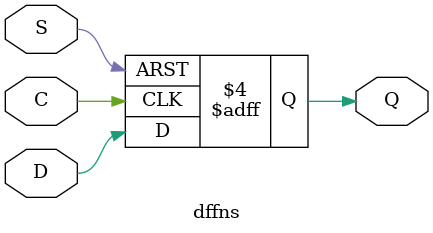
<source format=v>
(* abc9_box, lib_whitebox *)
module adder_lut4(
   output lut4_out,
   (* abc9_carry *)
   output cout,
   input [0:3] in,
   (* abc9_carry *)
   input cin
);
    parameter [0:15] LUT=0;
    parameter IN2_IS_CIN = 0;

    wire [0:3] li = (IN2_IS_CIN) ? {in[0], in[1], cin, in[3]} : {in[0], in[1], in[2], in[3]};

    // Output function
    wire [0:7] s1 = li[0] ?
        {LUT[0], LUT[2], LUT[4], LUT[6], LUT[8], LUT[10], LUT[12], LUT[14]}:
        {LUT[1], LUT[3], LUT[5], LUT[7], LUT[9], LUT[11], LUT[13], LUT[15]};

    wire [0:3] s2 = li[1] ? {s1[0], s1[2], s1[4], s1[6]} : 
                            {s1[1], s1[3], s1[5], s1[7]};

    wire [0:1] s3 = li[2] ? {s2[0], s2[2]} : {s2[1], s2[3]};

    assign lut4_out = li[3] ? s3[0] : s3[1];
    
    // Carry out function
    assign cout = (s2[2]) ? cin : s2[3];
endmodule

(* abc9_lut=1, lib_whitebox *)
module frac_lut4(
   input [0:3] in,
   output [0:1] lut2_out,
   output lut4_out
);
    parameter [0:15] LUT = 0;
    
    // Effective LUT input
    wire [0:3] li = in;

    // Output function
    wire [0:7] s1 = li[0] ?
        {LUT[0], LUT[2], LUT[4], LUT[6], LUT[8], LUT[10], LUT[12], LUT[14]}:
        {LUT[1], LUT[3], LUT[5], LUT[7], LUT[9], LUT[11], LUT[13], LUT[15]};

    wire [0:3] s2 = li[1] ? {s1[0], s1[2], s1[4], s1[6]} : 
                            {s1[1], s1[3], s1[5], s1[7]};

    wire [0:1] s3 = li[2] ? {s2[0], s2[2]} : {s2[1], s2[3]};

    assign lut2_out[0] = s2[2];
    assign lut2_out[1] = s2[3];

    assign  lut4_out = li[3] ? s3[0] : s3[1];

endmodule

(* abc9_flop, lib_whitebox *)
module scff(
    output reg Q,
    input D,
    input clk
);
    parameter [0:0] INIT = 1'b0;
    initial Q = INIT;

    always @(posedge clk)
        Q <= D;
endmodule

(* abc9_flop, lib_whitebox *)
module dff(
    output reg Q,
    input D,
    (* clkbuf_sink *)
    input C
);
    parameter [0:0] INIT = 1'b0;
    initial Q = INIT;

    always @(posedge C)
            Q <= D;
endmodule

(* abc9_flop, lib_whitebox *)
module dffr(
    output reg Q,
    input D,
    (* clkbuf_sink *)
    input C,
    input R
);
    parameter [0:0] INIT = 1'b0;
    initial Q = INIT;

    always @(posedge C or negedge R)
        if (!R)
            Q <= 1'b0;
        else 
            Q <= D;
endmodule

(* abc9_flop, lib_whitebox *)
module sh_dff(
    output reg Q,
    input D,
    (* clkbuf_sink *)
    input C
);
    parameter [0:0] INIT = 1'b0;
    initial Q = INIT;

    always @(posedge C)
            Q <= D;
endmodule

(* abc9_flop, lib_whitebox *)
module dffs(
    output reg Q,
    input D,
    (* clkbuf_sink *)
    input C,
    input S
);
    parameter [0:0] INIT = 1'b0;
    initial Q = INIT;

    always @(posedge C or negedge S)
        if (!S)
            Q <= 1'b1;
        else
            Q <= D;
endmodule

(* abc9_flop, lib_whitebox *)
module dffn(
    output reg Q,
    input D,
    (* clkbuf_sink *)
    input C
);
    parameter [0:0] INIT = 1'b0;
    initial Q = INIT;

    always @(negedge C)
            Q <= D;
endmodule

(* abc9_flop, lib_whitebox *)
module dffnr(
    output reg Q,
    input D,
    (* clkbuf_sink *)
    input C,
    input R
);
    parameter [0:0] INIT = 1'b0;
    initial Q = INIT;

    always @(negedge C or negedge R)
        if (!R)
            Q <= 1'b0;
        else 
            Q <= D;
endmodule

(* abc9_flop, lib_whitebox *)
module dffns(
    output reg Q,
    input D,
    (* clkbuf_sink *)
    input C,
    input S
);
    parameter [0:0] INIT = 1'b0;
    initial Q = INIT;

    always @(negedge C or negedge S)
        if (!S)
            Q <= 1'b1;
        else
            Q <= D;
endmodule

</source>
